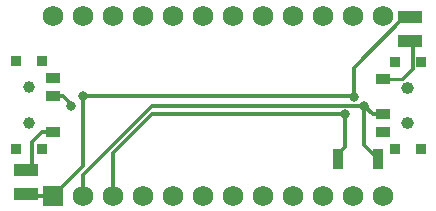
<source format=gbr>
%TF.GenerationSoftware,KiCad,Pcbnew,(6.0.6)*%
%TF.CreationDate,2022-10-25T19:30:22+11:00*%
%TF.ProjectId,battpack-double-ended,62617474-7061-4636-9b2d-646f75626c65,v1.0.0*%
%TF.SameCoordinates,Original*%
%TF.FileFunction,Copper,L2,Bot*%
%TF.FilePolarity,Positive*%
%FSLAX46Y46*%
G04 Gerber Fmt 4.6, Leading zero omitted, Abs format (unit mm)*
G04 Created by KiCad (PCBNEW (6.0.6)) date 2022-10-25 19:30:22*
%MOMM*%
%LPD*%
G01*
G04 APERTURE LIST*
%TA.AperFunction,SMDPad,CuDef*%
%ADD10R,2.000000X1.000000*%
%TD*%
%TA.AperFunction,SMDPad,CuDef*%
%ADD11R,0.900000X1.700000*%
%TD*%
%TA.AperFunction,WasherPad*%
%ADD12C,1.000000*%
%TD*%
%TA.AperFunction,ComponentPad*%
%ADD13C,1.752600*%
%TD*%
%TA.AperFunction,ComponentPad*%
%ADD14R,1.752600X1.752600*%
%TD*%
%TA.AperFunction,SMDPad,CuDef*%
%ADD15R,0.900000X0.900000*%
%TD*%
%TA.AperFunction,SMDPad,CuDef*%
%ADD16R,1.250000X0.900000*%
%TD*%
%TA.AperFunction,ViaPad*%
%ADD17C,0.800000*%
%TD*%
%TA.AperFunction,Conductor*%
%ADD18C,0.300000*%
%TD*%
%TA.AperFunction,Conductor*%
%ADD19C,0.250000*%
%TD*%
G04 APERTURE END LIST*
D10*
%TO.P,PAD2,1*%
%TO.N,BAT*%
X80100489Y-44600000D03*
%TD*%
%TO.P,PAD2,1*%
%TO.N,BAT*%
X47600000Y-55550000D03*
%TD*%
D11*
%TO.P,B2,2*%
%TO.N,GND*%
X77426187Y-54600000D03*
%TO.P,B2,1*%
%TO.N,RST*%
X74026187Y-54600000D03*
%TD*%
D10*
%TO.P,PAD1,1*%
%TO.N,RAW*%
X80100489Y-42600000D03*
%TD*%
D12*
%TO.P,T2,*%
%TO.N,*%
X79887500Y-51600000D03*
X79887500Y-48600000D03*
%TD*%
%TO.P,T2,*%
%TO.N,*%
X47817752Y-48550000D03*
X47817752Y-51550000D03*
%TD*%
D13*
%TO.P,,24*%
%TO.N,D3*%
X49880000Y-42480000D03*
%TO.P,,23*%
%TO.N,D2*%
X52420000Y-42480000D03*
%TO.P,,22*%
%TO.N,GND*%
X54960000Y-42480000D03*
%TO.P,,21*%
X57500000Y-42480000D03*
%TO.P,,20*%
%TO.N,D1*%
X60040000Y-42480000D03*
%TO.P,,19*%
%TO.N,D0*%
X62580000Y-42480000D03*
%TO.P,,18*%
%TO.N,D4*%
X65120000Y-42480000D03*
%TO.P,,17*%
%TO.N,C6*%
X67660000Y-42480000D03*
%TO.P,,16*%
%TO.N,D7*%
X70200000Y-42480000D03*
%TO.P,,15*%
%TO.N,E6*%
X72740000Y-42480000D03*
%TO.P,,14*%
%TO.N,B4*%
X75280000Y-42480000D03*
%TO.P,,13*%
%TO.N,B5*%
X77820000Y-42480000D03*
%TO.P,,12*%
%TO.N,B6*%
X77820000Y-57720000D03*
%TO.P,,11*%
%TO.N,B2*%
X75280000Y-57720000D03*
%TO.P,,10*%
%TO.N,B3*%
X72740000Y-57720000D03*
%TO.P,,9*%
%TO.N,B1*%
X70200000Y-57720000D03*
%TO.P,,8*%
%TO.N,F7*%
X67660000Y-57720000D03*
%TO.P,,7*%
%TO.N,F6*%
X65120000Y-57720000D03*
%TO.P,,6*%
%TO.N,F5*%
X62580000Y-57720000D03*
%TO.P,,5*%
%TO.N,F4*%
X60040000Y-57720000D03*
%TO.P,,4*%
%TO.N,VCC*%
X57500000Y-57720000D03*
%TO.P,,3*%
%TO.N,RST*%
X54960000Y-57720000D03*
%TO.P,,2*%
%TO.N,GND*%
X52420000Y-57720000D03*
D14*
%TO.P,,1*%
%TO.N,RAW*%
X49880000Y-57720000D03*
%TD*%
D10*
%TO.P,PAD1,1*%
%TO.N,RAW*%
X47600000Y-57550000D03*
%TD*%
D15*
%TO.P,T1,*%
%TO.N,*%
X81000000Y-53800000D03*
X81000000Y-46400000D03*
D12*
X79900000Y-51600000D03*
X79900000Y-48600000D03*
D15*
X78800000Y-53800000D03*
X78800000Y-46400000D03*
D16*
%TO.P,T1,1*%
%TO.N,BAT*%
X77825000Y-47850000D03*
%TO.P,T1,2*%
%TO.N,GND*%
X77825000Y-50850000D03*
%TO.P,T1,3*%
%TO.N,N/C*%
X77825000Y-52350000D03*
%TD*%
D15*
%TO.P,T1,*%
%TO.N,*%
X46717752Y-46350000D03*
X46717752Y-53750000D03*
D12*
X47817752Y-48550000D03*
X47817752Y-51550000D03*
D15*
X48917752Y-46350000D03*
X48917752Y-53750000D03*
D16*
%TO.P,T1,1*%
%TO.N,BAT*%
X49892752Y-52300000D03*
%TO.P,T1,2*%
%TO.N,GND*%
X49892752Y-49300000D03*
%TO.P,T1,3*%
%TO.N,N/C*%
X49892752Y-47800000D03*
%TD*%
D17*
%TO.N,RAW*%
X52400000Y-49300000D03*
X75323005Y-49340213D03*
%TO.N,GND*%
X51400000Y-50100000D03*
X76246424Y-50089713D03*
%TO.N,RST*%
X74573505Y-50839213D03*
%TD*%
D18*
%TO.N,RST*%
X74573505Y-53626495D02*
X74026187Y-54173813D01*
X74026187Y-54173813D02*
X74026187Y-54600000D01*
X74573505Y-50839213D02*
X74573505Y-53626495D01*
X58235571Y-50839213D02*
X74573505Y-50839213D01*
%TO.N,GND*%
X58278643Y-50089713D02*
X76246424Y-50089713D01*
%TO.N,RAW*%
X75282792Y-49300000D02*
X75323005Y-49340213D01*
X52400000Y-49300000D02*
X75282792Y-49300000D01*
X75323005Y-46877484D02*
X75323005Y-49340213D01*
X79600489Y-42600000D02*
X75323005Y-46877484D01*
X80100489Y-42600000D02*
X79600489Y-42600000D01*
D19*
%TO.N,BAT*%
X77825000Y-47850000D02*
X79508064Y-47850000D01*
D18*
%TO.N,GND*%
X76246424Y-53420237D02*
X77426187Y-54600000D01*
X76246424Y-50089713D02*
X76246424Y-53420237D01*
%TO.N,RAW*%
X52440213Y-49340213D02*
X52400000Y-49300000D01*
X52400000Y-55200000D02*
X52400000Y-49300000D01*
X49880000Y-57720000D02*
X52400000Y-55200000D01*
X49880000Y-57720000D02*
X47770000Y-57720000D01*
X47770000Y-57720000D02*
X47600000Y-57550000D01*
%TO.N,GND*%
X49669199Y-49523553D02*
X49892752Y-49300000D01*
X77812500Y-50850000D02*
X77006711Y-50850000D01*
X50698541Y-49300000D02*
X51458828Y-50060287D01*
X49892752Y-49300000D02*
X50698541Y-49300000D01*
X52420000Y-55948356D02*
X52420000Y-57720000D01*
X58278643Y-50089713D02*
X52420000Y-55948356D01*
X78036053Y-50626447D02*
X77812500Y-50850000D01*
X77006711Y-50850000D02*
X76246424Y-50089713D01*
%TO.N,RST*%
X58235571Y-50839213D02*
X54960000Y-54114784D01*
X54960000Y-54114784D02*
X54960000Y-57720000D01*
%TO.N,BAT*%
X80360824Y-44899511D02*
X80360824Y-46997240D01*
X80360824Y-46997240D02*
X79508064Y-47850000D01*
X80100489Y-44600000D02*
X80400000Y-44899511D01*
X48118241Y-53152760D02*
X48971001Y-52300000D01*
X48118241Y-55250489D02*
X48118241Y-53152760D01*
X48417752Y-55550000D02*
X48118241Y-55250489D01*
X48971001Y-52300000D02*
X49892752Y-52300000D01*
%TD*%
M02*

</source>
